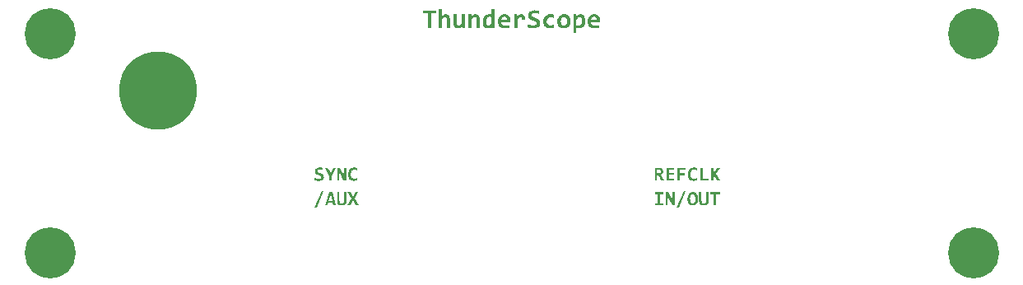
<source format=gbr>
%TF.GenerationSoftware,KiCad,Pcbnew,9.0.0-rc1-661-gd7f89c6576*%
%TF.CreationDate,2025-01-26T21:50:08-05:00*%
%TF.ProjectId,TS_Back_Endcap,54535f42-6163-46b5-9f45-6e646361702e,rev?*%
%TF.SameCoordinates,Original*%
%TF.FileFunction,Soldermask,Top*%
%TF.FilePolarity,Negative*%
%FSLAX46Y46*%
G04 Gerber Fmt 4.6, Leading zero omitted, Abs format (unit mm)*
G04 Created by KiCad (PCBNEW 9.0.0-rc1-661-gd7f89c6576) date 2025-01-26 21:50:08*
%MOMM*%
%LPD*%
G01*
G04 APERTURE LIST*
%ADD10C,0.500000*%
%ADD11C,0.252000*%
%ADD12C,5.250000*%
%ADD13C,8.000000*%
G04 APERTURE END LIST*
D10*
G36*
X143214794Y-91399371D02*
G01*
X143214794Y-92900000D01*
X142870534Y-92900000D01*
X142870534Y-91399371D01*
X142381438Y-91399371D01*
X142381438Y-91118004D01*
X143703891Y-91118004D01*
X143703891Y-91399371D01*
X143214794Y-91399371D01*
G37*
G36*
X144829118Y-92900000D02*
G01*
X144829118Y-92001308D01*
X144820453Y-91910328D01*
X144797982Y-91848534D01*
X144764655Y-91807811D01*
X144719891Y-91783327D01*
X144659735Y-91774528D01*
X144605620Y-91781654D01*
X144552117Y-91803571D01*
X144497802Y-91842428D01*
X144422105Y-91918361D01*
X144334526Y-92027076D01*
X144334526Y-92900000D01*
X144001134Y-92900000D01*
X144001134Y-90969504D01*
X144334526Y-90969504D01*
X144334526Y-91446877D01*
X144318161Y-91699302D01*
X144404135Y-91608688D01*
X144498413Y-91541277D01*
X144607711Y-91499633D01*
X144668197Y-91489066D01*
X144737526Y-91485345D01*
X144839727Y-91494514D01*
X144923273Y-91520150D01*
X144996384Y-91562271D01*
X145055775Y-91618213D01*
X145101877Y-91686965D01*
X145135764Y-91770865D01*
X145155442Y-91863276D01*
X145162387Y-91970533D01*
X145162387Y-92900000D01*
X144829118Y-92900000D01*
G37*
G36*
X145869470Y-91508792D02*
G01*
X145869470Y-92412735D01*
X145881382Y-92517357D01*
X145911846Y-92584071D01*
X145944051Y-92615687D01*
X145985801Y-92635101D01*
X146040196Y-92642079D01*
X146093374Y-92634908D01*
X146146417Y-92612741D01*
X146200785Y-92573203D01*
X146276516Y-92496265D01*
X146364062Y-92386723D01*
X146364062Y-91508792D01*
X146697453Y-91508792D01*
X146697453Y-92900000D01*
X146409125Y-92900000D01*
X146400942Y-92694591D01*
X146312160Y-92791800D01*
X146214463Y-92866294D01*
X146159834Y-92893488D01*
X146099669Y-92914166D01*
X146035592Y-92926822D01*
X145962404Y-92931263D01*
X145860205Y-92922087D01*
X145775925Y-92896336D01*
X145702343Y-92853798D01*
X145642690Y-92797051D01*
X145596657Y-92727442D01*
X145562823Y-92643056D01*
X145543146Y-92550267D01*
X145536201Y-92442533D01*
X145536201Y-91508792D01*
X145869470Y-91508792D01*
G37*
G36*
X147904623Y-92900000D02*
G01*
X147904623Y-92001308D01*
X147895959Y-91910328D01*
X147873487Y-91848534D01*
X147840161Y-91807811D01*
X147795397Y-91783327D01*
X147735241Y-91774528D01*
X147681126Y-91781654D01*
X147627622Y-91803571D01*
X147573308Y-91842428D01*
X147497611Y-91918361D01*
X147410032Y-92027076D01*
X147410032Y-92900000D01*
X147076640Y-92900000D01*
X147076640Y-91508792D01*
X147364969Y-91508792D01*
X147373151Y-91714200D01*
X147461201Y-91619801D01*
X147560241Y-91547260D01*
X147615379Y-91520858D01*
X147675035Y-91501343D01*
X147738682Y-91489535D01*
X147813032Y-91485345D01*
X147915233Y-91494514D01*
X147998779Y-91520150D01*
X148071890Y-91562271D01*
X148131281Y-91618213D01*
X148177383Y-91686965D01*
X148211270Y-91770865D01*
X148230948Y-91863276D01*
X148237893Y-91970533D01*
X148237893Y-92900000D01*
X147904623Y-92900000D01*
G37*
G36*
X149775646Y-92900000D02*
G01*
X149487439Y-92900000D01*
X149479257Y-92695080D01*
X149389009Y-92792044D01*
X149289236Y-92866416D01*
X149234278Y-92893665D01*
X149175175Y-92914166D01*
X149112542Y-92926818D01*
X149040719Y-92931263D01*
X148922746Y-92918549D01*
X148822000Y-92882048D01*
X148734409Y-92822651D01*
X148661410Y-92741852D01*
X148605382Y-92643694D01*
X148562369Y-92520935D01*
X148537198Y-92386609D01*
X148528298Y-92230896D01*
X148529082Y-92215631D01*
X148878053Y-92215631D01*
X148882305Y-92325564D01*
X148893685Y-92410537D01*
X148914154Y-92486696D01*
X148940213Y-92542916D01*
X148975349Y-92588393D01*
X149016051Y-92618387D01*
X149063436Y-92635979D01*
X149118510Y-92642079D01*
X149172602Y-92634939D01*
X149225861Y-92613011D01*
X149279711Y-92574180D01*
X149354832Y-92498062D01*
X149442376Y-92388066D01*
X149442376Y-91785031D01*
X149344679Y-91760607D01*
X149227809Y-91751081D01*
X149150296Y-91759461D01*
X149082973Y-91783688D01*
X149023650Y-91822849D01*
X148972942Y-91876133D01*
X148933300Y-91940865D01*
X148902600Y-92022069D01*
X148884475Y-92111350D01*
X148878053Y-92215631D01*
X148529082Y-92215631D01*
X148534820Y-92103970D01*
X148553260Y-91994178D01*
X148582275Y-91899214D01*
X148647805Y-91769127D01*
X148731874Y-91666573D01*
X148835812Y-91586560D01*
X148958653Y-91529797D01*
X149093725Y-91496759D01*
X149244295Y-91485345D01*
X149348709Y-91492184D01*
X149442376Y-91509891D01*
X149442376Y-90969504D01*
X149775646Y-90969504D01*
X149775646Y-92900000D01*
G37*
G36*
X150896764Y-91497281D02*
G01*
X151015545Y-91530896D01*
X151120785Y-91586152D01*
X151205443Y-91658025D01*
X151272284Y-91746647D01*
X151321581Y-91852564D01*
X151351058Y-91969043D01*
X151361270Y-92099982D01*
X151359194Y-92188398D01*
X151353088Y-92290369D01*
X150440475Y-92290369D01*
X150447820Y-92378634D01*
X150468441Y-92451936D01*
X150502677Y-92516699D01*
X150547697Y-92569050D01*
X150603451Y-92610199D01*
X150670674Y-92640858D01*
X150744886Y-92659138D01*
X150829798Y-92665526D01*
X150932473Y-92661557D01*
X151046319Y-92649040D01*
X151162416Y-92627698D01*
X151286166Y-92595184D01*
X151286166Y-92860921D01*
X151170028Y-92889131D01*
X151041556Y-92911479D01*
X150909055Y-92926256D01*
X150779240Y-92931263D01*
X150625871Y-92919536D01*
X150495063Y-92886322D01*
X150377985Y-92829966D01*
X150281961Y-92753454D01*
X150205607Y-92656532D01*
X150147994Y-92536078D01*
X150113832Y-92400487D01*
X150101588Y-92236270D01*
X150113621Y-92072122D01*
X150119396Y-92048080D01*
X150445848Y-92048080D01*
X151022506Y-92048080D01*
X151017731Y-91971299D01*
X151001989Y-91909106D01*
X150975603Y-91854074D01*
X150942516Y-91811287D01*
X150901859Y-91777670D01*
X150855077Y-91754134D01*
X150803853Y-91740207D01*
X150747854Y-91735450D01*
X150667431Y-91744937D01*
X150599601Y-91772171D01*
X150541469Y-91817271D01*
X150496650Y-91876429D01*
X150464397Y-91952015D01*
X150445848Y-92048080D01*
X150119396Y-92048080D01*
X150147994Y-91929012D01*
X150204980Y-91798860D01*
X150279152Y-91691852D01*
X150372733Y-91604446D01*
X150484805Y-91539200D01*
X150610758Y-91499205D01*
X150754693Y-91485345D01*
X150896764Y-91497281D01*
G37*
G36*
X152583462Y-92048080D02*
G01*
X152582736Y-91975520D01*
X152575890Y-91919975D01*
X152562066Y-91870223D01*
X152543161Y-91832780D01*
X152517594Y-91802704D01*
X152487718Y-91782588D01*
X152453307Y-91770831D01*
X152412736Y-91766713D01*
X152340567Y-91780621D01*
X152260328Y-91826796D01*
X152183824Y-91899547D01*
X152087526Y-92024633D01*
X152087526Y-92900000D01*
X151745953Y-92900000D01*
X151745953Y-91508792D01*
X152047837Y-91508792D01*
X152060171Y-91719818D01*
X152137352Y-91623342D01*
X152232973Y-91549459D01*
X152287924Y-91522311D01*
X152349843Y-91501953D01*
X152415880Y-91489646D01*
X152490527Y-91485345D01*
X152591770Y-91494677D01*
X152677007Y-91521127D01*
X152751786Y-91565478D01*
X152813660Y-91627128D01*
X152860757Y-91703962D01*
X152895604Y-91803227D01*
X152914200Y-91913534D01*
X152918196Y-92048080D01*
X152583462Y-92048080D01*
G37*
G36*
X154431281Y-92360956D02*
G01*
X154417128Y-92500511D01*
X154377303Y-92614846D01*
X154312520Y-92713253D01*
X154226361Y-92792777D01*
X154122208Y-92853054D01*
X153995429Y-92897191D01*
X153857945Y-92922447D01*
X153703071Y-92931263D01*
X153563713Y-92927139D01*
X153431228Y-92915020D01*
X153300948Y-92893417D01*
X153171598Y-92860921D01*
X153171598Y-92532658D01*
X153302757Y-92572226D01*
X153440143Y-92604588D01*
X153577408Y-92626325D01*
X153709910Y-92634263D01*
X153801980Y-92629808D01*
X153872575Y-92617899D01*
X153935473Y-92597478D01*
X153981874Y-92572714D01*
X154019005Y-92540644D01*
X154043301Y-92504448D01*
X154057583Y-92463157D01*
X154062474Y-92416887D01*
X154052784Y-92355883D01*
X154024861Y-92307100D01*
X153982552Y-92266287D01*
X153925820Y-92228698D01*
X153785747Y-92167271D01*
X153625890Y-92108531D01*
X153466033Y-92037578D01*
X153391467Y-91993047D01*
X153325960Y-91939392D01*
X153270803Y-91875573D01*
X153226919Y-91799563D01*
X153199403Y-91713102D01*
X153189428Y-91603803D01*
X153199061Y-91501098D01*
X153227652Y-91404623D01*
X153276363Y-91317058D01*
X153347820Y-91240247D01*
X153438502Y-91178692D01*
X153558235Y-91128384D01*
X153694004Y-91097977D01*
X153868423Y-91086741D01*
X153979676Y-91092114D01*
X154094470Y-91105792D01*
X154203769Y-91125697D01*
X154300122Y-91149267D01*
X154300122Y-91454082D01*
X154204501Y-91422819D01*
X154097279Y-91398028D01*
X153985904Y-91381664D01*
X153879414Y-91375924D01*
X153793976Y-91379828D01*
X153729083Y-91390212D01*
X153671159Y-91407884D01*
X153627966Y-91429535D01*
X153593336Y-91458008D01*
X153570569Y-91491207D01*
X153557394Y-91529284D01*
X153552861Y-91572418D01*
X153562273Y-91624540D01*
X153590353Y-91668649D01*
X153632568Y-91705694D01*
X153690126Y-91740945D01*
X153830810Y-91800907D01*
X153992010Y-91860990D01*
X154153210Y-91934019D01*
X154228047Y-91979578D01*
X154294016Y-92033548D01*
X154349815Y-92097209D01*
X154393667Y-92172034D01*
X154421362Y-92256588D01*
X154431281Y-92360956D01*
G37*
G36*
X155888434Y-92845289D02*
G01*
X155788493Y-92879910D01*
X155684857Y-92904274D01*
X155578262Y-92918569D01*
X155464917Y-92923447D01*
X155304826Y-92911707D01*
X155168406Y-92878506D01*
X155045984Y-92821972D01*
X154945656Y-92745027D01*
X154865722Y-92647157D01*
X154805705Y-92525697D01*
X154769989Y-92388678D01*
X154757223Y-92223325D01*
X154770806Y-92062378D01*
X154809735Y-91922295D01*
X154873756Y-91796282D01*
X154957991Y-91692096D01*
X155062513Y-91608195D01*
X155188189Y-91544940D01*
X155327919Y-91506549D01*
X155488120Y-91493161D01*
X155618098Y-91497420D01*
X155715632Y-91508670D01*
X155881595Y-91547871D01*
X155881595Y-91868318D01*
X155794118Y-91832219D01*
X155697802Y-91804815D01*
X155599733Y-91787773D01*
X155509979Y-91782344D01*
X155420302Y-91790451D01*
X155343284Y-91813607D01*
X155274849Y-91851217D01*
X155218964Y-91900436D01*
X155174905Y-91961056D01*
X155141783Y-92035380D01*
X155122024Y-92117288D01*
X155115161Y-92209647D01*
X155122638Y-92305475D01*
X155143859Y-92387456D01*
X155178993Y-92460970D01*
X155225070Y-92521057D01*
X155282657Y-92569259D01*
X155351466Y-92605076D01*
X155428133Y-92626737D01*
X155515475Y-92634263D01*
X155607676Y-92627913D01*
X155704641Y-92609595D01*
X155800262Y-92582117D01*
X155888434Y-92548290D01*
X155888434Y-92845289D01*
G37*
G36*
X157046521Y-91497289D02*
G01*
X157173517Y-91531018D01*
X157286535Y-91588193D01*
X157379780Y-91666695D01*
X157453423Y-91765596D01*
X157508863Y-91889445D01*
X157541570Y-92028393D01*
X157553315Y-92196702D01*
X157541302Y-92355689D01*
X157506787Y-92495900D01*
X157449353Y-92623108D01*
X157372942Y-92728297D01*
X157276303Y-92813612D01*
X157158374Y-92878140D01*
X157025485Y-92917425D01*
X156868824Y-92931263D01*
X156719628Y-92919530D01*
X156592830Y-92886322D01*
X156479851Y-92829809D01*
X156386567Y-92752110D01*
X156312867Y-92653540D01*
X156256752Y-92528628D01*
X156223635Y-92387885D01*
X156211689Y-92215753D01*
X156212313Y-92207571D01*
X156558636Y-92207571D01*
X156569986Y-92349308D01*
X156600339Y-92454942D01*
X156646075Y-92532780D01*
X156711034Y-92593186D01*
X156789325Y-92629401D01*
X156885189Y-92642079D01*
X156964607Y-92633404D01*
X157029903Y-92608862D01*
X157085595Y-92569135D01*
X157129676Y-92516538D01*
X157162637Y-92453534D01*
X157187073Y-92377320D01*
X157201316Y-92295378D01*
X157206246Y-92204884D01*
X157195596Y-92063629D01*
X157167250Y-91958966D01*
X157124913Y-91882484D01*
X157063619Y-91823482D01*
X156985505Y-91787418D01*
X156885189Y-91774528D01*
X156802167Y-91783492D01*
X156736201Y-91808478D01*
X156680296Y-91848636D01*
X156635084Y-91901535D01*
X156601267Y-91964358D01*
X156577076Y-92039288D01*
X156563362Y-92119690D01*
X156558636Y-92207571D01*
X156212313Y-92207571D01*
X156223898Y-92055727D01*
X156258828Y-91916067D01*
X156316995Y-91789654D01*
X156394016Y-91685746D01*
X156491169Y-91601525D01*
X156609194Y-91537857D01*
X156741825Y-91498968D01*
X156896180Y-91485345D01*
X157046521Y-91497289D01*
G37*
G36*
X158695266Y-91498032D02*
G01*
X158795901Y-91534438D01*
X158883469Y-91593507D01*
X158956368Y-91674023D01*
X159012499Y-91771618D01*
X159055409Y-91893230D01*
X159080637Y-92026462D01*
X159089603Y-92182658D01*
X159083073Y-92309013D01*
X159064627Y-92418100D01*
X159035625Y-92512264D01*
X158970013Y-92640984D01*
X158885293Y-92743073D01*
X158780884Y-92822700D01*
X158657903Y-92879239D01*
X158522858Y-92912096D01*
X158372383Y-92923447D01*
X158268580Y-92916608D01*
X158174302Y-92898900D01*
X158174302Y-93439288D01*
X157840911Y-93439288D01*
X157840911Y-92025366D01*
X158174302Y-92025366D01*
X158174302Y-92624005D01*
X158271877Y-92648307D01*
X158390091Y-92657711D01*
X158466538Y-92649441D01*
X158534194Y-92625348D01*
X158594128Y-92586414D01*
X158644836Y-92533635D01*
X158684558Y-92469282D01*
X158715178Y-92388677D01*
X158733397Y-92300025D01*
X158739847Y-92196580D01*
X158735387Y-92087473D01*
X158723483Y-92003750D01*
X158702568Y-91928700D01*
X158676344Y-91872958D01*
X158641330Y-91827787D01*
X158601117Y-91798098D01*
X158554365Y-91780618D01*
X158499390Y-91774528D01*
X158445326Y-91781606D01*
X158391859Y-91803373D01*
X158337579Y-91841939D01*
X158261872Y-91917361D01*
X158174302Y-92025366D01*
X157840911Y-92025366D01*
X157840911Y-91508792D01*
X158129240Y-91508792D01*
X158137422Y-91714200D01*
X158225471Y-91619801D01*
X158324512Y-91547260D01*
X158379650Y-91520858D01*
X158439306Y-91501343D01*
X158502953Y-91489535D01*
X158577303Y-91485345D01*
X158695266Y-91498032D01*
G37*
G36*
X160123282Y-91497281D02*
G01*
X160242062Y-91530896D01*
X160347303Y-91586152D01*
X160431961Y-91658025D01*
X160498802Y-91746647D01*
X160548099Y-91852564D01*
X160577575Y-91969043D01*
X160587788Y-92099982D01*
X160585712Y-92188398D01*
X160579606Y-92290369D01*
X159666993Y-92290369D01*
X159674338Y-92378634D01*
X159694958Y-92451936D01*
X159729195Y-92516699D01*
X159774215Y-92569050D01*
X159829969Y-92610199D01*
X159897192Y-92640858D01*
X159971404Y-92659138D01*
X160056316Y-92665526D01*
X160158991Y-92661557D01*
X160272837Y-92649040D01*
X160388934Y-92627698D01*
X160512683Y-92595184D01*
X160512683Y-92860921D01*
X160396546Y-92889131D01*
X160268074Y-92911479D01*
X160135573Y-92926256D01*
X160005757Y-92931263D01*
X159852389Y-92919536D01*
X159721581Y-92886322D01*
X159604503Y-92829966D01*
X159508479Y-92753454D01*
X159432125Y-92656532D01*
X159374512Y-92536078D01*
X159340349Y-92400487D01*
X159328106Y-92236270D01*
X159340138Y-92072122D01*
X159345913Y-92048080D01*
X159672366Y-92048080D01*
X160249023Y-92048080D01*
X160244249Y-91971299D01*
X160228507Y-91909106D01*
X160202120Y-91854074D01*
X160169034Y-91811287D01*
X160128377Y-91777670D01*
X160081595Y-91754134D01*
X160030370Y-91740207D01*
X159974372Y-91735450D01*
X159893949Y-91744937D01*
X159826119Y-91772171D01*
X159767987Y-91817271D01*
X159723168Y-91876429D01*
X159690915Y-91952015D01*
X159672366Y-92048080D01*
X159345913Y-92048080D01*
X159374512Y-91929012D01*
X159431498Y-91798860D01*
X159505670Y-91691852D01*
X159599251Y-91604446D01*
X159711323Y-91539200D01*
X159837276Y-91499205D01*
X159981211Y-91485345D01*
X160123282Y-91497281D01*
G37*
D11*
G36*
X132188516Y-108195717D02*
G01*
X132177902Y-108300383D01*
X132148033Y-108386134D01*
X132099446Y-108459940D01*
X132034826Y-108519583D01*
X131956711Y-108564790D01*
X131861628Y-108597893D01*
X131758515Y-108616835D01*
X131642359Y-108623447D01*
X131537841Y-108620354D01*
X131438477Y-108611265D01*
X131340767Y-108595063D01*
X131243754Y-108570690D01*
X131243754Y-108324494D01*
X131342123Y-108354169D01*
X131445163Y-108378441D01*
X131548111Y-108394744D01*
X131647488Y-108400697D01*
X131716540Y-108397356D01*
X131769487Y-108388424D01*
X131816660Y-108373108D01*
X131851461Y-108354535D01*
X131879309Y-108330483D01*
X131897531Y-108303336D01*
X131908243Y-108272367D01*
X131911911Y-108237665D01*
X131904644Y-108191912D01*
X131883701Y-108155325D01*
X131851970Y-108124715D01*
X131809421Y-108096523D01*
X131704366Y-108050453D01*
X131584473Y-108006398D01*
X131464580Y-107953183D01*
X131408656Y-107919785D01*
X131359525Y-107879544D01*
X131318158Y-107831679D01*
X131285245Y-107774672D01*
X131264607Y-107709827D01*
X131257127Y-107627852D01*
X131264351Y-107550823D01*
X131285795Y-107478467D01*
X131322328Y-107412793D01*
X131375920Y-107355185D01*
X131443932Y-107309019D01*
X131533732Y-107271288D01*
X131635558Y-107248483D01*
X131766373Y-107240055D01*
X131849812Y-107244085D01*
X131935908Y-107254344D01*
X132017882Y-107269273D01*
X132090147Y-107286950D01*
X132090147Y-107515561D01*
X132018432Y-107492114D01*
X131938015Y-107473521D01*
X131854484Y-107461248D01*
X131774616Y-107456943D01*
X131710538Y-107459871D01*
X131661868Y-107467659D01*
X131618425Y-107480913D01*
X131586030Y-107497151D01*
X131560057Y-107518506D01*
X131542982Y-107543405D01*
X131533101Y-107571963D01*
X131529702Y-107604313D01*
X131536760Y-107643405D01*
X131557820Y-107676487D01*
X131589482Y-107704271D01*
X131632650Y-107730709D01*
X131738163Y-107775680D01*
X131859063Y-107820743D01*
X131979963Y-107875514D01*
X132036091Y-107909683D01*
X132085568Y-107950161D01*
X132127417Y-107997907D01*
X132160306Y-108054025D01*
X132181077Y-108117441D01*
X132188516Y-108195717D01*
G37*
G36*
X132998548Y-108126565D02*
G01*
X132998548Y-108600000D01*
X132742459Y-108600000D01*
X132742459Y-108128580D01*
X132306943Y-107263503D01*
X132586663Y-107263503D01*
X132783400Y-107676578D01*
X132873617Y-107879086D01*
X132963743Y-107670442D01*
X133169731Y-107263503D01*
X133438185Y-107263503D01*
X132998548Y-108126565D01*
G37*
G36*
X134208282Y-108600000D02*
G01*
X133849612Y-107802424D01*
X133775881Y-107630600D01*
X133775881Y-108184817D01*
X133775881Y-108600000D01*
X133546354Y-108600000D01*
X133546354Y-107263503D01*
X133855748Y-107263503D01*
X134221563Y-108066207D01*
X134286135Y-108222644D01*
X134286135Y-107632615D01*
X134286135Y-107263503D01*
X134515662Y-107263503D01*
X134515662Y-108600000D01*
X134208282Y-108600000D01*
G37*
G36*
X135632066Y-108541381D02*
G01*
X135542959Y-108575523D01*
X135459416Y-108598809D01*
X135374775Y-108612833D01*
X135285760Y-108617585D01*
X135190098Y-108612526D01*
X135105319Y-108598059D01*
X135030037Y-108574995D01*
X134959137Y-108541629D01*
X134896916Y-108499501D01*
X134842459Y-108448325D01*
X134796607Y-108389170D01*
X134757959Y-108320069D01*
X134726688Y-108239680D01*
X134705502Y-108155687D01*
X134692047Y-108059633D01*
X134687304Y-107949886D01*
X134692426Y-107837571D01*
X134707070Y-107737697D01*
X134730351Y-107648826D01*
X134764034Y-107563621D01*
X134805065Y-107489865D01*
X134853267Y-107426260D01*
X134910272Y-107370581D01*
X134974730Y-107324555D01*
X135047440Y-107287774D01*
X135124988Y-107261724D01*
X135210171Y-107245621D01*
X135304170Y-107240055D01*
X135390723Y-107242070D01*
X135470133Y-107249581D01*
X135548992Y-107263961D01*
X135632066Y-107286950D01*
X135632066Y-107539009D01*
X135545126Y-107503063D01*
X135466011Y-107480299D01*
X135388619Y-107466925D01*
X135322579Y-107462805D01*
X135231874Y-107471894D01*
X135159639Y-107497151D01*
X135098039Y-107538326D01*
X135048447Y-107593322D01*
X135011287Y-107659753D01*
X134984425Y-107740692D01*
X134969306Y-107828546D01*
X134964000Y-107928454D01*
X134969533Y-108033779D01*
X134984975Y-108122352D01*
X135012503Y-108202861D01*
X135050096Y-108267158D01*
X135100152Y-108319370D01*
X135162753Y-108357741D01*
X135235541Y-108380719D01*
X135325693Y-108388974D01*
X135398966Y-108382196D01*
X135478834Y-108364244D01*
X135558793Y-108337957D01*
X135632066Y-108306908D01*
X135632066Y-108541381D01*
G37*
G36*
X131460001Y-111342749D02*
G01*
X131217193Y-111342749D01*
X131932336Y-109672128D01*
X132176243Y-109672128D01*
X131460001Y-111342749D01*
G37*
G36*
X133446336Y-111120000D02*
G01*
X133167625Y-111120000D01*
X133093894Y-110856217D01*
X132626596Y-110856217D01*
X132550850Y-111120000D01*
X132300807Y-111120000D01*
X132439929Y-110651053D01*
X132687046Y-110651053D01*
X133037565Y-110651053D01*
X132863359Y-110024570D01*
X132687046Y-110651053D01*
X132439929Y-110651053D01*
X132697305Y-109783503D01*
X133049839Y-109783503D01*
X133446336Y-111120000D01*
G37*
G36*
X134514655Y-110628064D02*
G01*
X134505577Y-110751276D01*
X134480308Y-110852554D01*
X134437805Y-110942347D01*
X134381939Y-111013662D01*
X134311580Y-111069682D01*
X134225685Y-111110749D01*
X134129881Y-111134943D01*
X134018689Y-111143447D01*
X133894793Y-111134672D01*
X133797313Y-111110749D01*
X133712366Y-111069989D01*
X133647653Y-111016685D01*
X133598684Y-110949474D01*
X133564672Y-110867391D01*
X133545800Y-110776318D01*
X133539118Y-110670013D01*
X133539118Y-109783503D01*
X133791177Y-109783503D01*
X133791177Y-110656549D01*
X133794289Y-110722143D01*
X133802900Y-110776441D01*
X133819418Y-110825442D01*
X133843933Y-110865010D01*
X133876752Y-110896825D01*
X133917206Y-110919873D01*
X133964510Y-110933270D01*
X134027940Y-110938283D01*
X134087672Y-110933995D01*
X134133452Y-110922438D01*
X134172943Y-110901620D01*
X134205168Y-110871147D01*
X134229689Y-110832099D01*
X134248216Y-110780471D01*
X134258688Y-110722114D01*
X134262596Y-110646290D01*
X134262596Y-109783503D01*
X134514655Y-109783503D01*
X134514655Y-110628064D01*
G37*
G36*
X135428184Y-111120000D02*
G01*
X135169989Y-110628155D01*
X134915823Y-111120000D01*
X134611558Y-111120000D01*
X135021977Y-110433708D01*
X134637112Y-109783503D01*
X134933226Y-109783503D01*
X135176125Y-110244480D01*
X135410782Y-109783503D01*
X135706895Y-109783503D01*
X135325968Y-110427021D01*
X135748936Y-111120000D01*
X135428184Y-111120000D01*
G37*
G36*
X166720577Y-107268471D02*
G01*
X166813442Y-107282462D01*
X166898671Y-107308396D01*
X166967132Y-107345477D01*
X167023289Y-107396007D01*
X167065042Y-107460149D01*
X167090208Y-107535776D01*
X167099389Y-107633164D01*
X167093753Y-107704327D01*
X167077865Y-107764231D01*
X167051699Y-107818043D01*
X167017323Y-107863058D01*
X166974952Y-107900327D01*
X166924633Y-107930102D01*
X166868979Y-107951661D01*
X166807305Y-107965915D01*
X166853255Y-107984467D01*
X166897431Y-108022335D01*
X166936119Y-108074481D01*
X166979496Y-108153859D01*
X167193636Y-108600000D01*
X166897522Y-108600000D01*
X166708936Y-108172178D01*
X166676294Y-108117678D01*
X166634656Y-108080037D01*
X166583686Y-108056999D01*
X166522457Y-108048988D01*
X166474280Y-108048988D01*
X166474280Y-108600000D01*
X166222221Y-108600000D01*
X166222221Y-107849685D01*
X166474280Y-107849685D01*
X166576770Y-107849685D01*
X166633592Y-107846505D01*
X166682741Y-107837504D01*
X166727831Y-107821893D01*
X166764257Y-107800959D01*
X166794301Y-107773488D01*
X166816464Y-107740417D01*
X166830174Y-107702390D01*
X166834966Y-107657527D01*
X166827229Y-107595651D01*
X166806134Y-107550288D01*
X166772409Y-107517210D01*
X166728501Y-107495150D01*
X166667684Y-107480189D01*
X166584922Y-107474528D01*
X166474280Y-107474528D01*
X166474280Y-107849685D01*
X166222221Y-107849685D01*
X166222221Y-107263503D01*
X166612674Y-107263503D01*
X166720577Y-107268471D01*
G37*
G36*
X167431956Y-108600000D02*
G01*
X167431956Y-107263503D01*
X168238324Y-107263503D01*
X168238324Y-107474528D01*
X167688045Y-107474528D01*
X167688045Y-107808653D01*
X168212678Y-107808653D01*
X168212678Y-108013817D01*
X167688045Y-108013817D01*
X167688045Y-108388974D01*
X168238324Y-108388974D01*
X168238324Y-108600000D01*
X167431956Y-108600000D01*
G37*
G36*
X168841360Y-107474528D02*
G01*
X168841360Y-107849685D01*
X169347583Y-107849685D01*
X169347583Y-108054849D01*
X168841360Y-108054849D01*
X168841360Y-108600000D01*
X168585271Y-108600000D01*
X168585271Y-107263503D01*
X169376251Y-107263503D01*
X169376251Y-107474528D01*
X168841360Y-107474528D01*
G37*
G36*
X170578751Y-108541381D02*
G01*
X170489644Y-108575523D01*
X170406101Y-108598809D01*
X170321460Y-108612833D01*
X170232445Y-108617585D01*
X170136783Y-108612526D01*
X170052004Y-108598059D01*
X169976722Y-108574995D01*
X169905822Y-108541629D01*
X169843601Y-108499501D01*
X169789144Y-108448325D01*
X169743292Y-108389170D01*
X169704644Y-108320069D01*
X169673373Y-108239680D01*
X169652187Y-108155687D01*
X169638732Y-108059633D01*
X169633989Y-107949886D01*
X169639111Y-107837571D01*
X169653755Y-107737697D01*
X169677036Y-107648826D01*
X169710719Y-107563621D01*
X169751750Y-107489865D01*
X169799952Y-107426260D01*
X169856957Y-107370581D01*
X169921415Y-107324555D01*
X169994125Y-107287774D01*
X170071673Y-107261724D01*
X170156856Y-107245621D01*
X170250855Y-107240055D01*
X170337408Y-107242070D01*
X170416818Y-107249581D01*
X170495677Y-107263961D01*
X170578751Y-107286950D01*
X170578751Y-107539009D01*
X170491811Y-107503063D01*
X170412696Y-107480299D01*
X170335304Y-107466925D01*
X170269264Y-107462805D01*
X170178559Y-107471894D01*
X170106324Y-107497151D01*
X170044724Y-107538326D01*
X169995132Y-107593322D01*
X169957972Y-107659753D01*
X169931110Y-107740692D01*
X169915991Y-107828546D01*
X169910685Y-107928454D01*
X169916218Y-108033779D01*
X169931660Y-108122352D01*
X169959188Y-108202861D01*
X169996781Y-108267158D01*
X170046837Y-108319370D01*
X170109438Y-108357741D01*
X170182226Y-108380719D01*
X170272378Y-108388974D01*
X170345651Y-108382196D01*
X170425519Y-108364244D01*
X170505478Y-108337957D01*
X170578751Y-108306908D01*
X170578751Y-108541381D01*
G37*
G36*
X170905181Y-108600000D02*
G01*
X170905181Y-107263503D01*
X171161361Y-107263503D01*
X171161361Y-108383112D01*
X171726936Y-108383112D01*
X171726936Y-108600000D01*
X170905181Y-108600000D01*
G37*
G36*
X172647701Y-108600000D02*
G01*
X172244975Y-107953733D01*
X172244975Y-108600000D01*
X171988795Y-108600000D01*
X171988795Y-107263503D01*
X172244975Y-107263503D01*
X172244975Y-107875606D01*
X172645595Y-107263503D01*
X172949952Y-107263503D01*
X172495019Y-107901984D01*
X172973491Y-108600000D01*
X172647701Y-108600000D01*
G37*
G36*
X166243745Y-109988667D02*
G01*
X166243745Y-109783503D01*
X167090138Y-109783503D01*
X167090138Y-109988667D01*
X166795032Y-109988667D01*
X166795032Y-110914836D01*
X167090138Y-110914836D01*
X167090138Y-111120000D01*
X166243745Y-111120000D01*
X166243745Y-110914836D01*
X166538852Y-110914836D01*
X166538852Y-109988667D01*
X166243745Y-109988667D01*
G37*
G36*
X168001653Y-111120000D02*
G01*
X167642982Y-110322424D01*
X167569251Y-110150600D01*
X167569251Y-110704817D01*
X167569251Y-111120000D01*
X167339724Y-111120000D01*
X167339724Y-109783503D01*
X167649119Y-109783503D01*
X168014933Y-110586207D01*
X168079505Y-110742644D01*
X168079505Y-110152615D01*
X168079505Y-109783503D01*
X168309032Y-109783503D01*
X168309032Y-111120000D01*
X168001653Y-111120000D01*
G37*
G36*
X168713315Y-111342749D02*
G01*
X168470507Y-111342749D01*
X169185650Y-109672128D01*
X169429557Y-109672128D01*
X168713315Y-111342749D01*
G37*
G36*
X170240915Y-109767867D02*
G01*
X170331282Y-109789990D01*
X170408776Y-109825191D01*
X170475432Y-109873274D01*
X170532589Y-109935086D01*
X170587036Y-110024460D01*
X170628715Y-110136066D01*
X170655951Y-110274595D01*
X170665854Y-110445614D01*
X170660652Y-110566813D01*
X170646036Y-110670795D01*
X170623264Y-110759772D01*
X170590109Y-110845340D01*
X170551063Y-110917042D01*
X170506485Y-110976659D01*
X170453616Y-111028801D01*
X170395730Y-111070519D01*
X170332279Y-111102506D01*
X170229650Y-111133080D01*
X170118689Y-111143447D01*
X170012888Y-111135620D01*
X169922524Y-111113451D01*
X169845007Y-111078167D01*
X169778309Y-111029957D01*
X169721092Y-110967958D01*
X169666633Y-110878313D01*
X169624985Y-110766640D01*
X169597795Y-110628323D01*
X169587918Y-110457888D01*
X169588444Y-110445614D01*
X169854357Y-110445614D01*
X169863045Y-110603653D01*
X169885729Y-110717988D01*
X169918379Y-110798606D01*
X169955474Y-110849511D01*
X170001298Y-110885087D01*
X170057450Y-110907035D01*
X170126932Y-110914836D01*
X170195940Y-110906951D01*
X170251404Y-110884794D01*
X170297822Y-110848245D01*
X170335851Y-110796500D01*
X170363479Y-110733998D01*
X170384028Y-110653251D01*
X170395319Y-110564935D01*
X170399415Y-110457888D01*
X170390783Y-110299814D01*
X170368254Y-110185516D01*
X170335851Y-110104987D01*
X170299000Y-110054106D01*
X170253230Y-110018503D01*
X170196899Y-109996500D01*
X170126932Y-109988667D01*
X170057929Y-109996593D01*
X170002918Y-110018800D01*
X169956823Y-110055206D01*
X169918379Y-110107002D01*
X169890407Y-110169551D01*
X169869744Y-110250342D01*
X169858454Y-110338578D01*
X169854357Y-110445614D01*
X169588444Y-110445614D01*
X169593109Y-110336685D01*
X169607694Y-110232703D01*
X169630417Y-110143730D01*
X169663625Y-110058159D01*
X169702701Y-109986457D01*
X169747287Y-109926843D01*
X169800153Y-109874695D01*
X169858009Y-109832978D01*
X169921401Y-109800997D01*
X170024109Y-109770420D01*
X170135083Y-109760055D01*
X170240915Y-109767867D01*
G37*
G36*
X171767969Y-110628064D02*
G01*
X171758891Y-110751276D01*
X171733622Y-110852554D01*
X171691120Y-110942347D01*
X171635254Y-111013662D01*
X171564895Y-111069682D01*
X171478999Y-111110749D01*
X171383195Y-111134943D01*
X171272003Y-111143447D01*
X171148108Y-111134672D01*
X171050628Y-111110749D01*
X170965681Y-111069989D01*
X170900968Y-111016685D01*
X170851998Y-110949474D01*
X170817986Y-110867391D01*
X170799114Y-110776318D01*
X170792433Y-110670013D01*
X170792433Y-109783503D01*
X171044491Y-109783503D01*
X171044491Y-110656549D01*
X171047603Y-110722143D01*
X171056215Y-110776441D01*
X171072732Y-110825442D01*
X171097248Y-110865010D01*
X171130066Y-110896825D01*
X171170520Y-110919873D01*
X171217824Y-110933270D01*
X171281254Y-110938283D01*
X171340986Y-110933995D01*
X171386767Y-110922438D01*
X171426257Y-110901620D01*
X171458483Y-110871147D01*
X171483003Y-110832099D01*
X171501531Y-110780471D01*
X171512003Y-110722114D01*
X171515910Y-110646290D01*
X171515910Y-109783503D01*
X171767969Y-109783503D01*
X171767969Y-110628064D01*
G37*
G36*
X172562613Y-109994528D02*
G01*
X172562613Y-111120000D01*
X172304418Y-111120000D01*
X172304418Y-109994528D01*
X171937596Y-109994528D01*
X171937596Y-109783503D01*
X172929435Y-109783503D01*
X172929435Y-109994528D01*
X172562613Y-109994528D01*
G37*
D12*
%TO.C,H4*%
X104000000Y-93500000D03*
%TD*%
%TO.C,H3*%
X199000000Y-93500000D03*
%TD*%
%TO.C,H2*%
X199000000Y-116000000D03*
%TD*%
%TO.C,H1*%
X104000000Y-116000000D03*
%TD*%
D13*
%TO.C,H5*%
X115160000Y-99375000D03*
%TD*%
M02*

</source>
